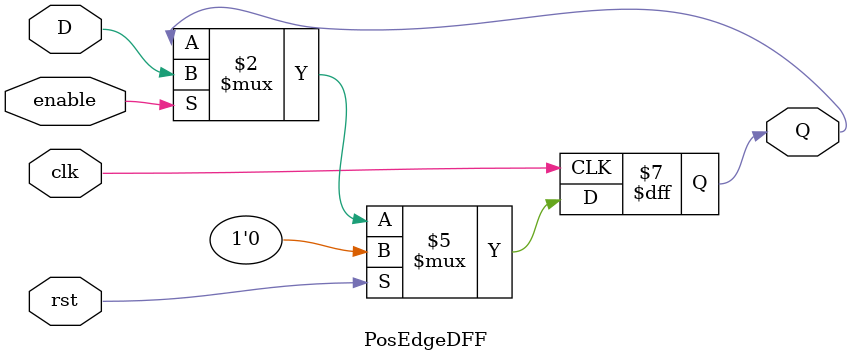
<source format=v>
module PosEdgeDFF
(
input clk, rst, D, enable,
output reg Q
);
	always @ (posedge clk)
	begin
		if(rst)
			Q <= 'b0;
		else if (enable)
			Q <= D;
	end
endmodule
</source>
